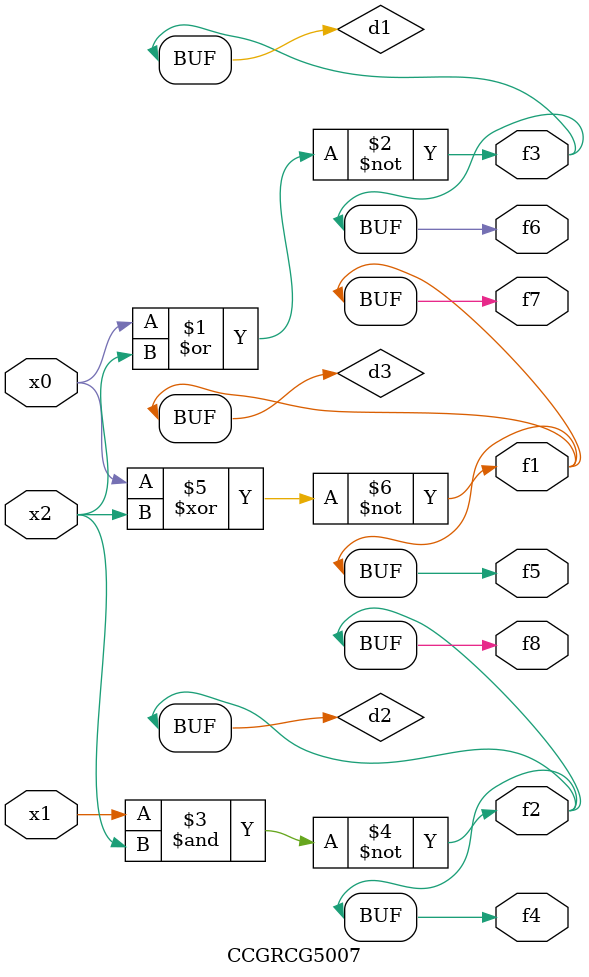
<source format=v>
module CCGRCG5007(
	input x0, x1, x2,
	output f1, f2, f3, f4, f5, f6, f7, f8
);

	wire d1, d2, d3;

	nor (d1, x0, x2);
	nand (d2, x1, x2);
	xnor (d3, x0, x2);
	assign f1 = d3;
	assign f2 = d2;
	assign f3 = d1;
	assign f4 = d2;
	assign f5 = d3;
	assign f6 = d1;
	assign f7 = d3;
	assign f8 = d2;
endmodule

</source>
